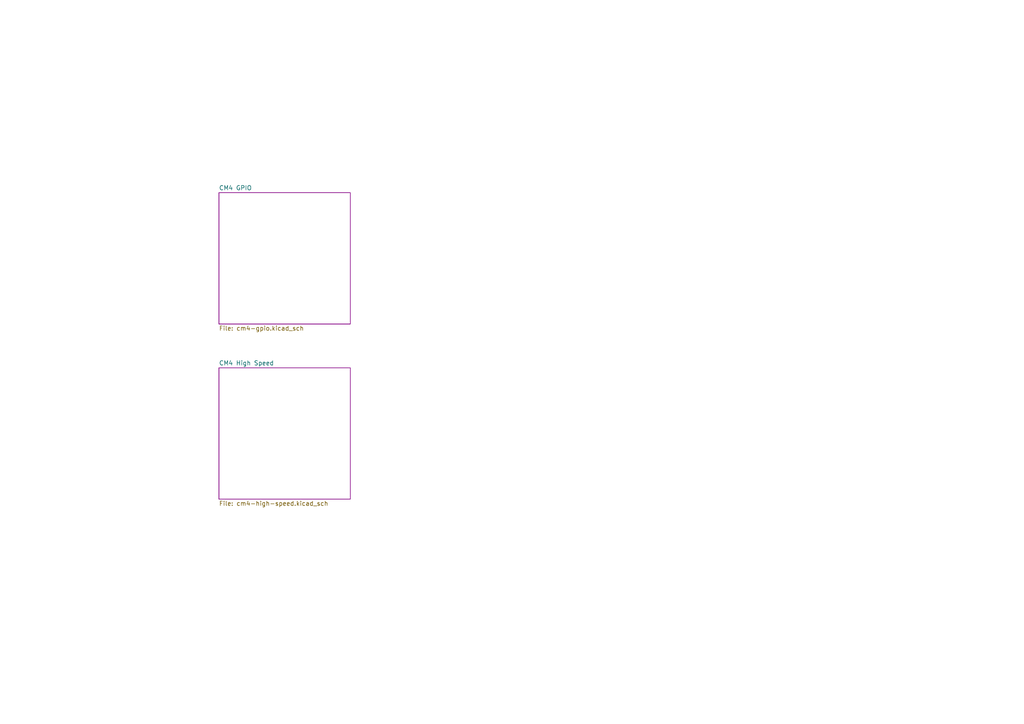
<source format=kicad_sch>
(kicad_sch (version 20210126) (generator eeschema)
  (paper "A4")
  (title_block (title "Compute Module 4 Carrierboard Utskytningsenhet") (date "2020-10-31") (rev "v01") (comment 2 "creativecommons.org/licenses/by-sa/4.0/") (comment 3 "License: CC BY-SA 4.0") (comment 4 "Author: Martin Mæland"))
  (lib_symbols)
  (sheet (at 63.5 55.88) (size 38.1 38.1) (stroke (width 0) (color 132 0 132 1)) (fill (color 255 255 255 0.0000))
    (property "Sheet name" "CM4 GPIO" (at 63.5 55.2445 0) (effects (justify left bottom)))
    (property "Sheet file" "cm4-gpio.kicad_sch" (at 63.5 94.4885 0) (effects (justify left top)))
  )
  (sheet (at 63.5 106.68) (size 38.1 38.1) (stroke (width 0) (color 132 0 132 1)) (fill (color 255 255 255 0.0000))
    (property "Sheet name" "CM4 High Speed" (at 63.5 106.0445 0) (effects (justify left bottom)))
    (property "Sheet file" "cm4-high-speed.kicad_sch" (at 63.5 145.2885 0) (effects (justify left top)))
  )
)
</source>
